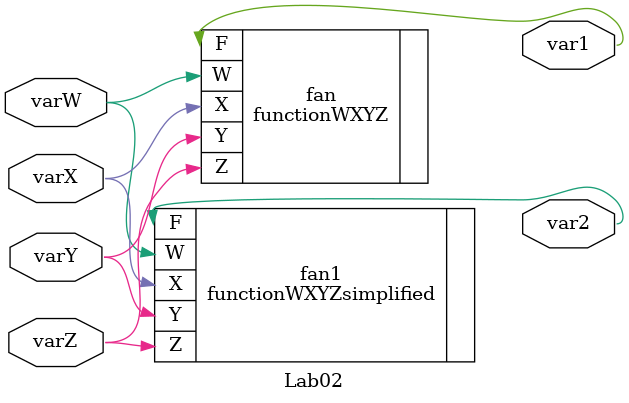
<source format=sv>
module Lab02(

	input logic varW, varX, varY, varZ, 
	output logic var1, var2
);

	functionWXYZ fan(.F(var1), .W(varW), .X(varX), .Y(varY), .Z(varZ)); 
	functionWXYZsimplified fan1(.F(var2), .W(varW), .X(varX), .Y(varY), .Z(varZ));

endmodule
</source>
